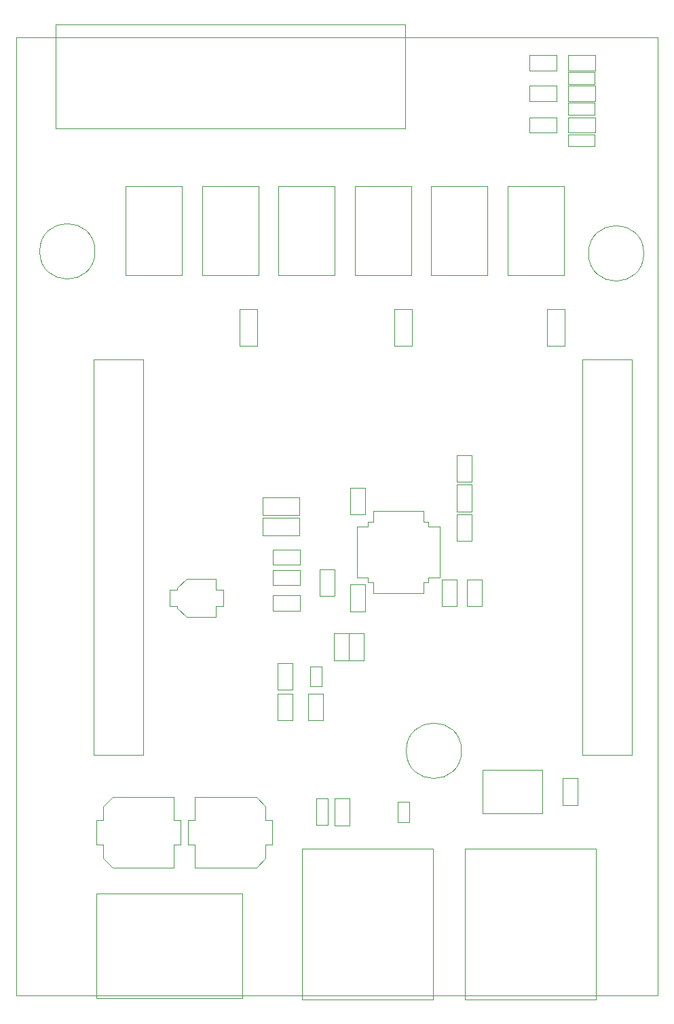
<source format=gbr>
%TF.GenerationSoftware,KiCad,Pcbnew,(5.0.2)-1*%
%TF.CreationDate,2019-02-28T08:25:03+01:00*%
%TF.ProjectId,bldc_driver_board,626c6463-5f64-4726-9976-65725f626f61,rev?*%
%TF.SameCoordinates,Original*%
%TF.FileFunction,Other,User*%
%FSLAX46Y46*%
G04 Gerber Fmt 4.6, Leading zero omitted, Abs format (unit mm)*
G04 Created by KiCad (PCBNEW (5.0.2)-1) date 28.02.2019 08:25:03*
%MOMM*%
%LPD*%
G01*
G04 APERTURE LIST*
%ADD10C,0.100000*%
%ADD11C,0.050000*%
G04 APERTURE END LIST*
D10*
X31750000Y-166370000D02*
X31750000Y-46990000D01*
X111760000Y-166370000D02*
X31750000Y-166370000D01*
X111760000Y-46990000D02*
X111760000Y-166370000D01*
X31750000Y-46990000D02*
X111760000Y-46990000D01*
D11*
%TO.C,J5*%
X80240000Y-58380000D02*
X80240000Y-45380000D01*
X80240000Y-45380000D02*
X36600000Y-45380000D01*
X36600000Y-45380000D02*
X36600000Y-58380000D01*
X36600000Y-58380000D02*
X80240000Y-58380000D01*
%TO.C,C16*%
X103885000Y-56610000D02*
X100585000Y-56610000D01*
X103885000Y-55150000D02*
X103885000Y-56610000D01*
X100585000Y-55150000D02*
X103885000Y-55150000D01*
X100585000Y-56610000D02*
X100585000Y-55150000D01*
%TO.C,C1*%
X73345000Y-115160000D02*
X75245000Y-115160000D01*
X75245000Y-115160000D02*
X75245000Y-118520000D01*
X75245000Y-118520000D02*
X73345000Y-118520000D01*
X73345000Y-118520000D02*
X73345000Y-115160000D01*
%TO.C,C2*%
X87950000Y-114525000D02*
X89850000Y-114525000D01*
X89850000Y-114525000D02*
X89850000Y-117885000D01*
X89850000Y-117885000D02*
X87950000Y-117885000D01*
X87950000Y-117885000D02*
X87950000Y-114525000D01*
%TO.C,C3*%
X71435000Y-116615000D02*
X69535000Y-116615000D01*
X69535000Y-116615000D02*
X69535000Y-113255000D01*
X69535000Y-113255000D02*
X71435000Y-113255000D01*
X71435000Y-113255000D02*
X71435000Y-116615000D01*
%TO.C,C4*%
X67085000Y-113350000D02*
X67085000Y-115250000D01*
X67085000Y-115250000D02*
X63725000Y-115250000D01*
X63725000Y-115250000D02*
X63725000Y-113350000D01*
X63725000Y-113350000D02*
X67085000Y-113350000D01*
%TO.C,C5*%
X67085000Y-112710000D02*
X63725000Y-112710000D01*
X67085000Y-110810000D02*
X67085000Y-112710000D01*
X63725000Y-110810000D02*
X67085000Y-110810000D01*
X63725000Y-112710000D02*
X63725000Y-110810000D01*
%TO.C,C6*%
X54020000Y-150450000D02*
X54020000Y-147550000D01*
X54020000Y-147550000D02*
X53170000Y-147550000D01*
X53170000Y-147550000D02*
X53170000Y-144550000D01*
X53170000Y-144550000D02*
X54020000Y-144550000D01*
X54020000Y-144550000D02*
X54020000Y-141650000D01*
X61670000Y-141650000D02*
X54020000Y-141650000D01*
X61670000Y-150450000D02*
X54020000Y-150450000D01*
X62820000Y-142800000D02*
X61670000Y-141650000D01*
X62820000Y-149300000D02*
X61670000Y-150450000D01*
X62820000Y-149300000D02*
X62820000Y-147550000D01*
X62820000Y-144550000D02*
X62820000Y-142800000D01*
X62820000Y-147550000D02*
X63670000Y-147550000D01*
X63670000Y-147550000D02*
X63670000Y-144550000D01*
X63670000Y-144550000D02*
X62820000Y-144550000D01*
%TO.C,C7*%
X67050000Y-109070000D02*
X62490000Y-109070000D01*
X67050000Y-106830000D02*
X67050000Y-109070000D01*
X62490000Y-106830000D02*
X67050000Y-106830000D01*
X62490000Y-109070000D02*
X62490000Y-106830000D01*
%TO.C,C8*%
X41740000Y-147550000D02*
X42590000Y-147550000D01*
X41740000Y-144550000D02*
X41740000Y-147550000D01*
X42590000Y-144550000D02*
X41740000Y-144550000D01*
X42590000Y-147550000D02*
X42590000Y-149300000D01*
X42590000Y-142800000D02*
X42590000Y-144550000D01*
X42590000Y-142800000D02*
X43740000Y-141650000D01*
X42590000Y-149300000D02*
X43740000Y-150450000D01*
X43740000Y-141650000D02*
X51390000Y-141650000D01*
X43740000Y-150450000D02*
X51390000Y-150450000D01*
X51390000Y-147550000D02*
X51390000Y-150450000D01*
X52240000Y-147550000D02*
X51390000Y-147550000D01*
X52240000Y-144550000D02*
X52240000Y-147550000D01*
X51390000Y-144550000D02*
X52240000Y-144550000D01*
X51390000Y-141650000D02*
X51390000Y-144550000D01*
%TO.C,C9*%
X62490000Y-106530000D02*
X62490000Y-104290000D01*
X62490000Y-104290000D02*
X67050000Y-104290000D01*
X67050000Y-104290000D02*
X67050000Y-106530000D01*
X67050000Y-106530000D02*
X62490000Y-106530000D01*
%TO.C,C10*%
X56629000Y-114440000D02*
X56629000Y-115790000D01*
X56629000Y-115790000D02*
X57579000Y-115790000D01*
X57579000Y-115790000D02*
X57579000Y-117890000D01*
X57579000Y-117890000D02*
X56629000Y-117890000D01*
X56629000Y-117890000D02*
X56629000Y-119240000D01*
X52979000Y-119240000D02*
X56629000Y-119240000D01*
X52979000Y-114440000D02*
X56629000Y-114440000D01*
X51829000Y-118090000D02*
X52979000Y-119240000D01*
X51829000Y-115590000D02*
X52979000Y-114440000D01*
X51829000Y-115590000D02*
X51829000Y-115790000D01*
X51829000Y-117890000D02*
X51829000Y-118090000D01*
X51829000Y-115790000D02*
X50879000Y-115790000D01*
X50879000Y-115790000D02*
X50879000Y-117890000D01*
X50879000Y-117890000D02*
X51829000Y-117890000D01*
%TO.C,C11*%
X75245000Y-106455000D02*
X73345000Y-106455000D01*
X73345000Y-106455000D02*
X73345000Y-103095000D01*
X73345000Y-103095000D02*
X75245000Y-103095000D01*
X75245000Y-103095000D02*
X75245000Y-106455000D01*
%TO.C,C13*%
X100585000Y-52800000D02*
X100585000Y-51340000D01*
X100585000Y-51340000D02*
X103885000Y-51340000D01*
X103885000Y-51340000D02*
X103885000Y-52800000D01*
X103885000Y-52800000D02*
X100585000Y-52800000D01*
%TO.C,C14*%
X64328000Y-132109000D02*
X64328000Y-128749000D01*
X66228000Y-132109000D02*
X64328000Y-132109000D01*
X66228000Y-128749000D02*
X66228000Y-132109000D01*
X64328000Y-128749000D02*
X66228000Y-128749000D01*
%TO.C,C17*%
X100585000Y-60547000D02*
X100585000Y-59087000D01*
X100585000Y-59087000D02*
X103885000Y-59087000D01*
X103885000Y-59087000D02*
X103885000Y-60547000D01*
X103885000Y-60547000D02*
X100585000Y-60547000D01*
%TO.C,C19*%
X99888000Y-139290000D02*
X101788000Y-139290000D01*
X101788000Y-139290000D02*
X101788000Y-142650000D01*
X101788000Y-142650000D02*
X99888000Y-142650000D01*
X99888000Y-142650000D02*
X99888000Y-139290000D01*
%TO.C,C20*%
X88580000Y-99031000D02*
X88580000Y-102391000D01*
X86680000Y-99031000D02*
X88580000Y-99031000D01*
X86680000Y-102391000D02*
X86680000Y-99031000D01*
X88580000Y-102391000D02*
X86680000Y-102391000D01*
%TO.C,C21*%
X88580000Y-102714000D02*
X88580000Y-106074000D01*
X86680000Y-102714000D02*
X88580000Y-102714000D01*
X86680000Y-106074000D02*
X86680000Y-102714000D01*
X88580000Y-106074000D02*
X86680000Y-106074000D01*
%TO.C,C22*%
X88580000Y-109757000D02*
X86680000Y-109757000D01*
X86680000Y-109757000D02*
X86680000Y-106397000D01*
X86680000Y-106397000D02*
X88580000Y-106397000D01*
X88580000Y-106397000D02*
X88580000Y-109757000D01*
%TO.C,D1*%
X68388000Y-127869000D02*
X68388000Y-125369000D01*
X68388000Y-125369000D02*
X69788000Y-125369000D01*
X69788000Y-125369000D02*
X69788000Y-127869000D01*
X69788000Y-127869000D02*
X68388000Y-127869000D01*
%TO.C,D2*%
X80710000Y-144760000D02*
X79310000Y-144760000D01*
X80710000Y-142260000D02*
X80710000Y-144760000D01*
X79310000Y-142260000D02*
X80710000Y-142260000D01*
X79310000Y-144760000D02*
X79310000Y-142260000D01*
%TO.C,IC1*%
X74225000Y-111125000D02*
X74225000Y-114275000D01*
X74225000Y-114275000D02*
X75625000Y-114275000D01*
X75625000Y-114275000D02*
X75625000Y-114875000D01*
X75625000Y-114875000D02*
X76225000Y-114875000D01*
X76225000Y-114875000D02*
X76225000Y-116275000D01*
X76225000Y-116275000D02*
X79375000Y-116275000D01*
X74225000Y-111125000D02*
X74225000Y-107975000D01*
X74225000Y-107975000D02*
X75625000Y-107975000D01*
X75625000Y-107975000D02*
X75625000Y-107375000D01*
X75625000Y-107375000D02*
X76225000Y-107375000D01*
X76225000Y-107375000D02*
X76225000Y-105975000D01*
X76225000Y-105975000D02*
X79375000Y-105975000D01*
X84525000Y-111125000D02*
X84525000Y-114275000D01*
X84525000Y-114275000D02*
X83125000Y-114275000D01*
X83125000Y-114275000D02*
X83125000Y-114875000D01*
X83125000Y-114875000D02*
X82525000Y-114875000D01*
X82525000Y-114875000D02*
X82525000Y-116275000D01*
X82525000Y-116275000D02*
X79375000Y-116275000D01*
X84525000Y-111125000D02*
X84525000Y-107975000D01*
X84525000Y-107975000D02*
X83125000Y-107975000D01*
X83125000Y-107975000D02*
X83125000Y-107375000D01*
X83125000Y-107375000D02*
X82525000Y-107375000D01*
X82525000Y-107375000D02*
X82525000Y-105975000D01*
X82525000Y-105975000D02*
X79375000Y-105975000D01*
%TO.C,J1*%
X41680000Y-153710000D02*
X41680000Y-166710000D01*
X41680000Y-166710000D02*
X59920000Y-166710000D01*
X59920000Y-166710000D02*
X59920000Y-153710000D01*
X59920000Y-153710000D02*
X41680000Y-153710000D01*
%TO.C,J2*%
X47530000Y-87100000D02*
X41380000Y-87100000D01*
X47530000Y-136400000D02*
X47530000Y-87100000D01*
X41380000Y-136400000D02*
X47530000Y-136400000D01*
X41380000Y-87100000D02*
X41380000Y-136400000D01*
%TO.C,J3*%
X102340000Y-87100000D02*
X102340000Y-136400000D01*
X102340000Y-136400000D02*
X108490000Y-136400000D01*
X108490000Y-136400000D02*
X108490000Y-87100000D01*
X108490000Y-87100000D02*
X102340000Y-87100000D01*
%TO.C,J6*%
X83720000Y-166870000D02*
X67410000Y-166870000D01*
X83720000Y-166870000D02*
X83720000Y-148130000D01*
X67410000Y-148130000D02*
X67410000Y-166870000D01*
X67410000Y-148130000D02*
X83720000Y-148130000D01*
%TO.C,J7*%
X87730000Y-148130000D02*
X104040000Y-148130000D01*
X87730000Y-148130000D02*
X87730000Y-166870000D01*
X104040000Y-166870000D02*
X104040000Y-148130000D01*
X104040000Y-166870000D02*
X87730000Y-166870000D01*
%TO.C,JP1*%
X69120000Y-141860000D02*
X70580000Y-141860000D01*
X70580000Y-141860000D02*
X70580000Y-145160000D01*
X70580000Y-145160000D02*
X69120000Y-145160000D01*
X69120000Y-145160000D02*
X69120000Y-141860000D01*
%TO.C,Q1*%
X52395000Y-65570000D02*
X45395000Y-65570000D01*
X45395000Y-65570000D02*
X45395000Y-76670000D01*
X45395000Y-76670000D02*
X52395000Y-76670000D01*
X52395000Y-76670000D02*
X52395000Y-65570000D01*
%TO.C,Q2*%
X54920000Y-65570000D02*
X54920000Y-76670000D01*
X61920000Y-65570000D02*
X54920000Y-65570000D01*
X61920000Y-76670000D02*
X61920000Y-65570000D01*
X54920000Y-76670000D02*
X61920000Y-76670000D01*
%TO.C,Q3*%
X71445000Y-76670000D02*
X71445000Y-65570000D01*
X64445000Y-76670000D02*
X71445000Y-76670000D01*
X64445000Y-65570000D02*
X64445000Y-76670000D01*
X71445000Y-65570000D02*
X64445000Y-65570000D01*
%TO.C,Q4*%
X73970000Y-76670000D02*
X80970000Y-76670000D01*
X80970000Y-76670000D02*
X80970000Y-65570000D01*
X80970000Y-65570000D02*
X73970000Y-65570000D01*
X73970000Y-65570000D02*
X73970000Y-76670000D01*
%TO.C,Q5*%
X90495000Y-65570000D02*
X83495000Y-65570000D01*
X83495000Y-65570000D02*
X83495000Y-76670000D01*
X83495000Y-76670000D02*
X90495000Y-76670000D01*
X90495000Y-76670000D02*
X90495000Y-65570000D01*
%TO.C,Q6*%
X93020000Y-65570000D02*
X93020000Y-76670000D01*
X100020000Y-65570000D02*
X93020000Y-65570000D01*
X100020000Y-76670000D02*
X100020000Y-65570000D01*
X93020000Y-76670000D02*
X100020000Y-76670000D01*
%TO.C,R1*%
X75118000Y-124616000D02*
X73218000Y-124616000D01*
X73218000Y-124616000D02*
X73218000Y-121256000D01*
X73218000Y-121256000D02*
X75118000Y-121256000D01*
X75118000Y-121256000D02*
X75118000Y-124616000D01*
%TO.C,R2*%
X71313000Y-124616000D02*
X71313000Y-121256000D01*
X73213000Y-124616000D02*
X71313000Y-124616000D01*
X73213000Y-121256000D02*
X73213000Y-124616000D01*
X71313000Y-121256000D02*
X73213000Y-121256000D01*
%TO.C,R3*%
X86675000Y-114525000D02*
X86675000Y-117885000D01*
X84775000Y-114525000D02*
X86675000Y-114525000D01*
X84775000Y-117885000D02*
X84775000Y-114525000D01*
X86675000Y-117885000D02*
X84775000Y-117885000D01*
%TO.C,R4*%
X63725000Y-118425000D02*
X63725000Y-116525000D01*
X63725000Y-116525000D02*
X67085000Y-116525000D01*
X67085000Y-116525000D02*
X67085000Y-118425000D01*
X67085000Y-118425000D02*
X63725000Y-118425000D01*
%TO.C,R5*%
X73340000Y-145190000D02*
X71440000Y-145190000D01*
X71440000Y-145190000D02*
X71440000Y-141830000D01*
X71440000Y-141830000D02*
X73340000Y-141830000D01*
X73340000Y-141830000D02*
X73340000Y-145190000D01*
%TO.C,R9*%
X64328000Y-124939000D02*
X66228000Y-124939000D01*
X66228000Y-124939000D02*
X66228000Y-128299000D01*
X66228000Y-128299000D02*
X64328000Y-128299000D01*
X64328000Y-128299000D02*
X64328000Y-124939000D01*
%TO.C,R10*%
X68138000Y-132109000D02*
X68138000Y-128749000D01*
X70038000Y-132109000D02*
X68138000Y-132109000D01*
X70038000Y-128749000D02*
X70038000Y-132109000D01*
X68138000Y-128749000D02*
X70038000Y-128749000D01*
%TO.C,R11*%
X99089000Y-49215000D02*
X99089000Y-51115000D01*
X99089000Y-51115000D02*
X95729000Y-51115000D01*
X95729000Y-51115000D02*
X95729000Y-49215000D01*
X95729000Y-49215000D02*
X99089000Y-49215000D01*
%TO.C,R12*%
X99089000Y-53025000D02*
X99089000Y-54925000D01*
X99089000Y-54925000D02*
X95729000Y-54925000D01*
X95729000Y-54925000D02*
X95729000Y-53025000D01*
X95729000Y-53025000D02*
X99089000Y-53025000D01*
%TO.C,R13*%
X95729000Y-56962000D02*
X99089000Y-56962000D01*
X95729000Y-58862000D02*
X95729000Y-56962000D01*
X99089000Y-58862000D02*
X95729000Y-58862000D01*
X99089000Y-56962000D02*
X99089000Y-58862000D01*
%TO.C,R14*%
X103915000Y-51115000D02*
X100555000Y-51115000D01*
X103915000Y-49215000D02*
X103915000Y-51115000D01*
X100555000Y-49215000D02*
X103915000Y-49215000D01*
X100555000Y-51115000D02*
X100555000Y-49215000D01*
%TO.C,R15*%
X100555000Y-54925000D02*
X100555000Y-53025000D01*
X100555000Y-53025000D02*
X103915000Y-53025000D01*
X103915000Y-53025000D02*
X103915000Y-54925000D01*
X103915000Y-54925000D02*
X100555000Y-54925000D01*
%TO.C,R16*%
X103915000Y-58862000D02*
X100555000Y-58862000D01*
X103915000Y-56962000D02*
X103915000Y-58862000D01*
X100555000Y-56962000D02*
X103915000Y-56962000D01*
X100555000Y-58862000D02*
X100555000Y-56962000D01*
%TO.C,R17*%
X59586000Y-80905000D02*
X61826000Y-80905000D01*
X61826000Y-80905000D02*
X61826000Y-85465000D01*
X61826000Y-85465000D02*
X59586000Y-85465000D01*
X59586000Y-85465000D02*
X59586000Y-80905000D01*
%TO.C,R18*%
X78890000Y-80905000D02*
X81130000Y-80905000D01*
X81130000Y-80905000D02*
X81130000Y-85465000D01*
X81130000Y-85465000D02*
X78890000Y-85465000D01*
X78890000Y-85465000D02*
X78890000Y-80905000D01*
%TO.C,R19*%
X97940000Y-85465000D02*
X97940000Y-80905000D01*
X100180000Y-85465000D02*
X97940000Y-85465000D01*
X100180000Y-80905000D02*
X100180000Y-85465000D01*
X97940000Y-80905000D02*
X100180000Y-80905000D01*
%TO.C,U1*%
X97329000Y-143670000D02*
X97329000Y-138270000D01*
X89869000Y-143670000D02*
X89869000Y-138270000D01*
X97329000Y-143670000D02*
X89869000Y-143670000D01*
X97329000Y-138270000D02*
X89869000Y-138270000D01*
%TO.C,REF\002A\002A*%
X41550000Y-73660000D02*
G75*
G03X41550000Y-73660000I-3450000J0D01*
G01*
X110003000Y-73914000D02*
G75*
G03X110003000Y-73914000I-3450000J0D01*
G01*
X87270000Y-135890000D02*
G75*
G03X87270000Y-135890000I-3450000J0D01*
G01*
%TD*%
M02*

</source>
